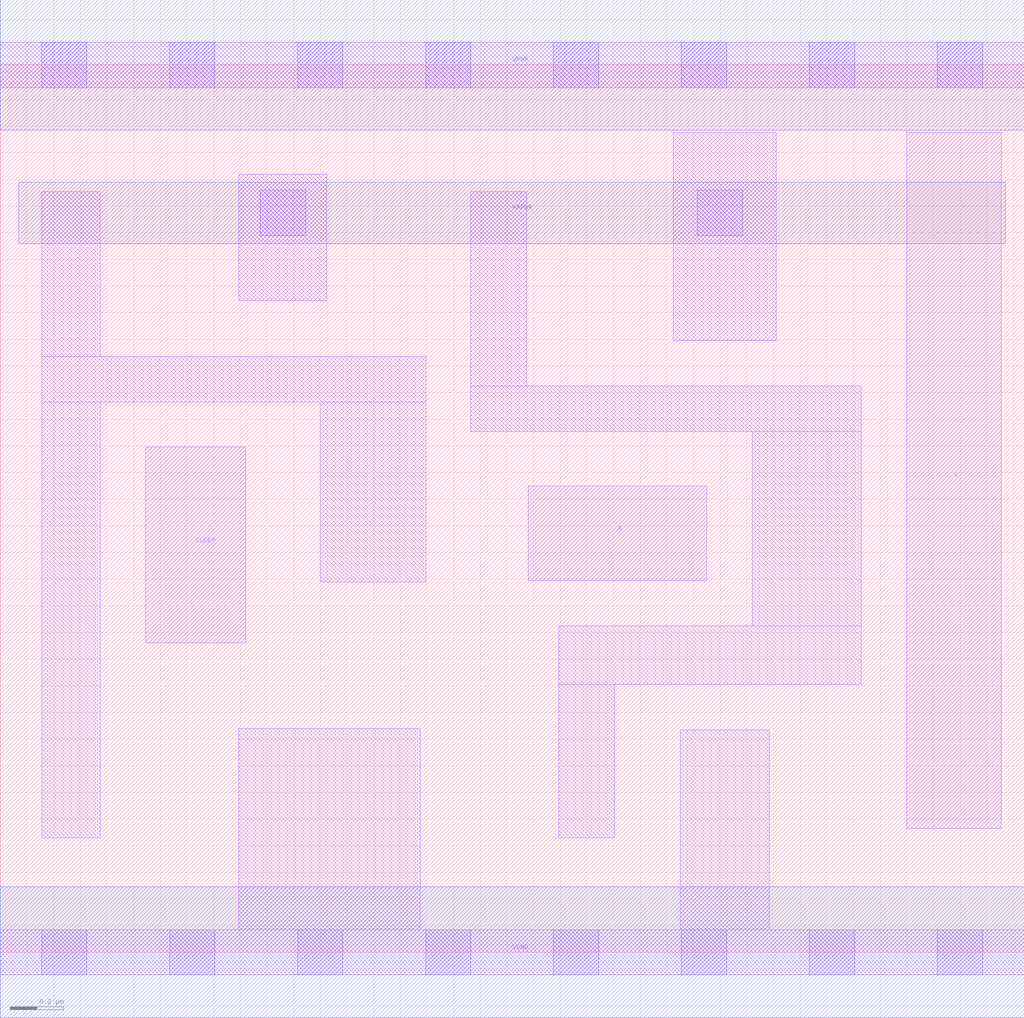
<source format=lef>
# Copyright 2020 The SkyWater PDK Authors
#
# Licensed under the Apache License, Version 2.0 (the "License");
# you may not use this file except in compliance with the License.
# You may obtain a copy of the License at
#
#     https://www.apache.org/licenses/LICENSE-2.0
#
# Unless required by applicable law or agreed to in writing, software
# distributed under the License is distributed on an "AS IS" BASIS,
# WITHOUT WARRANTIES OR CONDITIONS OF ANY KIND, either express or implied.
# See the License for the specific language governing permissions and
# limitations under the License.
#
# SPDX-License-Identifier: Apache-2.0

VERSION 5.7 ;
  NAMESCASESENSITIVE ON ;
  NOWIREEXTENSIONATPIN ON ;
  DIVIDERCHAR "/" ;
  BUSBITCHARS "[]" ;
UNITS
  DATABASE MICRONS 200 ;
END UNITS
MACRO sky130_fd_sc_lp__iso0p_lp
  CLASS CORE ;
  SOURCE USER ;
  FOREIGN sky130_fd_sc_lp__iso0p_lp ;
  ORIGIN  0.000000  0.000000 ;
  SIZE  3.840000 BY  3.330000 ;
  SYMMETRY X Y R90 ;
  SITE unit ;
  PIN A
    ANTENNAGATEAREA  0.189000 ;
    DIRECTION INPUT ;
    USE SIGNAL ;
    PORT
      LAYER li1 ;
        RECT 1.980000 1.395000 2.650000 1.750000 ;
    END
  END A
  PIN SLEEP
    ANTENNAGATEAREA  0.252000 ;
    DIRECTION INPUT ;
    USE SIGNAL ;
    PORT
      LAYER li1 ;
        RECT 0.545000 1.160000 0.920000 1.895000 ;
    END
  END SLEEP
  PIN X
    ANTENNADIFFAREA  0.445200 ;
    DIRECTION OUTPUT ;
    USE SIGNAL ;
    PORT
      LAYER li1 ;
        RECT 3.400000 0.465000 3.755000 3.075000 ;
    END
  END X
  PIN KAPWR
    DIRECTION INOUT ;
    USE POWER ;
    PORT
      LAYER met1 ;
        RECT 0.070000 2.660000 3.770000 2.890000 ;
    END
  END KAPWR
  PIN VGND
    DIRECTION INOUT ;
    USE GROUND ;
    PORT
      LAYER met1 ;
        RECT 0.000000 -0.245000 3.840000 0.245000 ;
    END
  END VGND
  PIN VPWR
    DIRECTION INOUT ;
    USE POWER ;
    PORT
      LAYER met1 ;
        RECT 0.000000 3.085000 3.840000 3.575000 ;
    END
  END VPWR
  OBS
    LAYER li1 ;
      RECT 0.000000 -0.085000 3.840000 0.085000 ;
      RECT 0.000000  3.245000 3.840000 3.415000 ;
      RECT 0.155000  0.430000 0.375000 2.065000 ;
      RECT 0.155000  2.065000 1.595000 2.235000 ;
      RECT 0.155000  2.235000 0.375000 2.855000 ;
      RECT 0.895000  0.085000 1.575000 0.840000 ;
      RECT 0.895000  2.445000 1.225000 2.920000 ;
      RECT 1.200000  1.390000 1.595000 2.065000 ;
      RECT 1.765000  1.955000 3.230000 2.125000 ;
      RECT 1.765000  2.125000 1.975000 2.855000 ;
      RECT 2.095000  0.430000 2.305000 1.005000 ;
      RECT 2.095000  1.005000 3.230000 1.225000 ;
      RECT 2.525000  2.295000 2.910000 3.075000 ;
      RECT 2.550000  0.085000 2.885000 0.835000 ;
      RECT 2.820000  1.225000 3.230000 1.955000 ;
    LAYER mcon ;
      RECT 0.155000 -0.085000 0.325000 0.085000 ;
      RECT 0.155000  3.245000 0.325000 3.415000 ;
      RECT 0.635000 -0.085000 0.805000 0.085000 ;
      RECT 0.635000  3.245000 0.805000 3.415000 ;
      RECT 0.975000  2.690000 1.145000 2.860000 ;
      RECT 1.115000 -0.085000 1.285000 0.085000 ;
      RECT 1.115000  3.245000 1.285000 3.415000 ;
      RECT 1.595000 -0.085000 1.765000 0.085000 ;
      RECT 1.595000  3.245000 1.765000 3.415000 ;
      RECT 2.075000 -0.085000 2.245000 0.085000 ;
      RECT 2.075000  3.245000 2.245000 3.415000 ;
      RECT 2.555000 -0.085000 2.725000 0.085000 ;
      RECT 2.555000  3.245000 2.725000 3.415000 ;
      RECT 2.615000  2.690000 2.785000 2.860000 ;
      RECT 3.035000 -0.085000 3.205000 0.085000 ;
      RECT 3.035000  3.245000 3.205000 3.415000 ;
      RECT 3.515000 -0.085000 3.685000 0.085000 ;
      RECT 3.515000  3.245000 3.685000 3.415000 ;
  END
END sky130_fd_sc_lp__iso0p_lp

</source>
